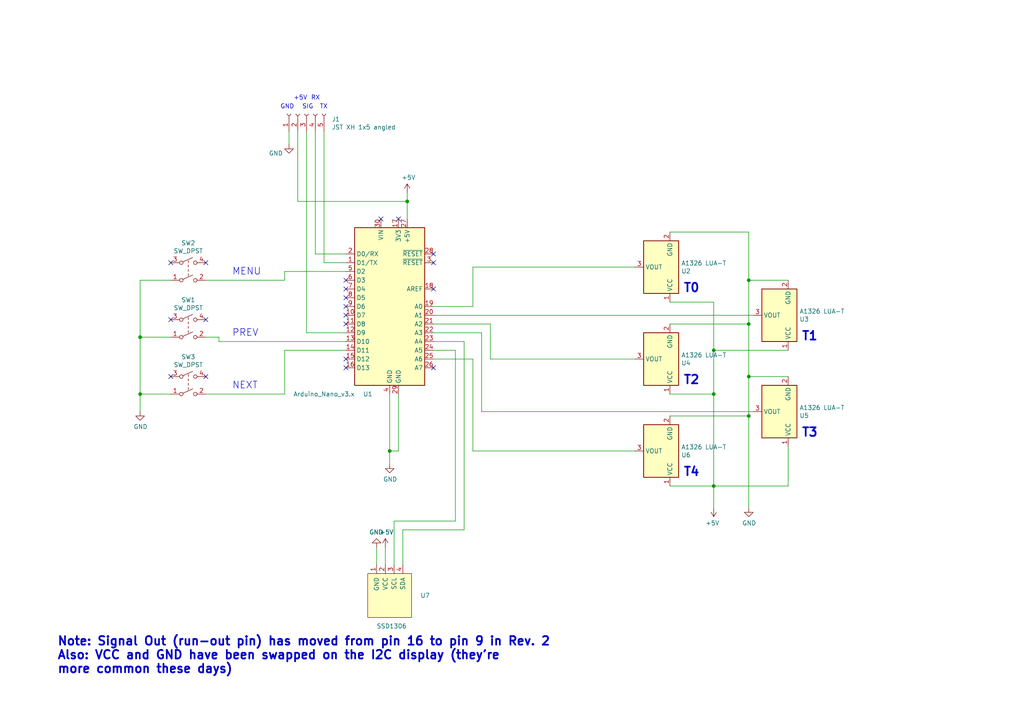
<source format=kicad_sch>
(kicad_sch (version 20211123) (generator eeschema)
  (paper "A4")
  (title_block (title "Smart Filament Buffer") (date "2019-06-24") (rev "2") (company "Technik Gegg"))
  (lib_symbols
    (symbol "Connector:Conn_01x05_Female" (pin_names (offset 1.016) hide)
      (property "Reference" "J" (at 0 7.62 0))
      (property "Value" "Conn_01x05_Female" (at 0 -7.62 0))
      (symbol "Conn_01x05_Female_1_1"
        (arc (start 0 -4.572) (mid -0.508 -5.08) (end 0 -5.588) (stroke (width 0.1524)))
        (arc (start 0 -2.032) (mid -0.508 -2.54) (end 0 -3.048) (stroke (width 0.1524)))
        (polyline (pts (xy -1.27 -5.08) (xy -0.508 -5.08)) (stroke (width 0.1524)))
        (polyline (pts (xy -1.27 -2.54) (xy -0.508 -2.54)) (stroke (width 0.1524)))
        (polyline (pts (xy -1.27 0) (xy -0.508 0)) (stroke (width 0.1524)))
        (polyline (pts (xy -1.27 2.54) (xy -0.508 2.54)) (stroke (width 0.1524)))
        (polyline (pts (xy -1.27 5.08) (xy -0.508 5.08)) (stroke (width 0.1524)))
        (arc (start 0 0.508) (mid -0.508 0) (end 0 -0.508) (stroke (width 0.1524)))
        (arc (start 0 3.048) (mid -0.508 2.54) (end 0 2.032) (stroke (width 0.1524)))
        (arc (start 0 5.588) (mid -0.508 5.08) (end 0 4.572) (stroke (width 0.1524)))
        (pin passive line (at -5.08 5.08 0) (length 3.81) (name "Pin_1") (number "1"))
        (pin passive line (at -5.08 2.54 0) (length 3.81) (name "Pin_2") (number "2"))
        (pin passive line (at -5.08 0 0) (length 3.81) (name "Pin_3") (number "3"))
        (pin passive line (at -5.08 -2.54 0) (length 3.81) (name "Pin_4") (number "4"))
        (pin passive line (at -5.08 -5.08 0) (length 3.81) (name "Pin_5") (number "5"))
      )
    )
    (symbol "MCU_Module:Arduino_Nano_v3.x"
      (property "Reference" "A" (at -10.16 23.495 0))
      (property "Value" "Arduino_Nano_v3.x" (at 5.08 -24.13 0))
      (symbol "Arduino_Nano_v3.x_0_1"
        (rectangle (start -10.16 22.86) (end 10.16 -22.86) (stroke (width 0.254)) (fill (type background)))
      )
      (symbol "Arduino_Nano_v3.x_1_1"
        (pin bidirectional line (at -12.7 12.7 0) (length 2.54) (name "D1/TX") (number "1"))
        (pin bidirectional line (at -12.7 -2.54 0) (length 2.54) (name "D7") (number "10"))
        (pin bidirectional line (at -12.7 -5.08 0) (length 2.54) (name "D8") (number "11"))
        (pin bidirectional line (at -12.7 -7.62 0) (length 2.54) (name "D9") (number "12"))
        (pin bidirectional line (at -12.7 -10.16 0) (length 2.54) (name "D10") (number "13"))
        (pin bidirectional line (at -12.7 -12.7 0) (length 2.54) (name "D11") (number "14"))
        (pin bidirectional line (at -12.7 -15.24 0) (length 2.54) (name "D12") (number "15"))
        (pin bidirectional line (at -12.7 -17.78 0) (length 2.54) (name "D13") (number "16"))
        (pin power_out line (at 2.54 25.4 270) (length 2.54) (name "3V3") (number "17"))
        (pin input line (at 12.7 5.08 180) (length 2.54) (name "AREF") (number "18"))
        (pin bidirectional line (at 12.7 0 180) (length 2.54) (name "A0") (number "19"))
        (pin bidirectional line (at -12.7 15.24 0) (length 2.54) (name "D0/RX") (number "2"))
        (pin bidirectional line (at 12.7 -2.54 180) (length 2.54) (name "A1") (number "20"))
        (pin bidirectional line (at 12.7 -5.08 180) (length 2.54) (name "A2") (number "21"))
        (pin bidirectional line (at 12.7 -7.62 180) (length 2.54) (name "A3") (number "22"))
        (pin bidirectional line (at 12.7 -10.16 180) (length 2.54) (name "A4") (number "23"))
        (pin bidirectional line (at 12.7 -12.7 180) (length 2.54) (name "A5") (number "24"))
        (pin bidirectional line (at 12.7 -15.24 180) (length 2.54) (name "A6") (number "25"))
        (pin bidirectional line (at 12.7 -17.78 180) (length 2.54) (name "A7") (number "26"))
        (pin power_out line (at 5.08 25.4 270) (length 2.54) (name "+5V") (number "27"))
        (pin input line (at 12.7 15.24 180) (length 2.54) (name "~{RESET}") (number "28"))
        (pin power_in line (at 2.54 -25.4 90) (length 2.54) (name "GND") (number "29"))
        (pin input line (at 12.7 12.7 180) (length 2.54) (name "~{RESET}") (number "3"))
        (pin power_in line (at -2.54 25.4 270) (length 2.54) (name "VIN") (number "30"))
        (pin power_in line (at 0 -25.4 90) (length 2.54) (name "GND") (number "4"))
        (pin bidirectional line (at -12.7 10.16 0) (length 2.54) (name "D2") (number "5"))
        (pin bidirectional line (at -12.7 7.62 0) (length 2.54) (name "D3") (number "6"))
        (pin bidirectional line (at -12.7 5.08 0) (length 2.54) (name "D4") (number "7"))
        (pin bidirectional line (at -12.7 2.54 0) (length 2.54) (name "D5") (number "8"))
        (pin bidirectional line (at -12.7 0 0) (length 2.54) (name "D6") (number "9"))
      )
    )
    (symbol "SFB-rescue:SSD1306" (pin_names (offset 1.016))
      (property "Reference" "Brd" (at 0 -3.81 0))
      (property "Value" "SSD1306" (at 0 -1.27 0))
      (symbol "SSD1306_0_1"
        (rectangle (start -6.35 6.35) (end 6.35 -6.35) (fill (type background)))
      )
      (symbol "SSD1306_1_1"
        (pin power_out line (at -3.81 8.89 270) (length 2.54) (name "GND") (number "1"))
        (pin power_in line (at -1.27 8.89 270) (length 2.54) (name "VCC") (number "2"))
        (pin input line (at 1.27 8.89 270) (length 2.54) (name "SCL") (number "3"))
        (pin input line (at 3.81 8.89 270) (length 2.54) (name "SDA") (number "4"))
      )
    )
    (symbol "Sensor_Magnetic:A1301KUA-T"
      (property "Reference" "U" (at 0 11.43 0))
      (property "Value" "A1301KUA-T" (at 0 8.89 0))
      (symbol "A1301KUA-T_0_1"
        (rectangle (start -5.08 7.62) (end 5.08 -7.62) (stroke (width 0.254)) (fill (type background)))
      )
      (symbol "A1301KUA-T_1_1"
        (pin power_in line (at -2.54 10.16 270) (length 2.54) (name "VCC") (number "1"))
        (pin power_in line (at -2.54 -10.16 90) (length 2.54) (name "GND") (number "2"))
        (pin output line (at 7.62 0 180) (length 2.54) (name "VOUT") (number "3"))
      )
    )
    (symbol "Switch:SW_DPST" (pin_names (offset 0) hide)
      (property "Reference" "SW" (at 0 5.08 0))
      (property "Value" "SW_DPST" (at 0 -5.08 0))
      (symbol "SW_DPST_0_0"
        (circle (center -2.032 -2.54) (radius 0.508))
        (circle (center -2.032 2.54) (radius 0.508))
        (polyline (pts (xy -1.524 -2.286) (xy 1.27 -1.016)))
        (polyline (pts (xy -1.524 2.794) (xy 1.27 4.064)))
        (polyline (pts (xy 0 -1.27) (xy 0 -0.635)))
        (polyline (pts (xy 0 0) (xy 0 0.635)))
        (polyline (pts (xy 0 1.27) (xy 0 1.905)))
        (polyline (pts (xy 0 2.54) (xy 0 3.175)))
        (circle (center 2.032 -2.54) (radius 0.508))
        (circle (center 2.032 2.54) (radius 0.508))
      )
      (symbol "SW_DPST_1_1"
        (pin passive line (at -5.08 -2.54 0) (length 2.54) (name "1") (number "1"))
        (pin passive line (at 5.08 -2.54 180) (length 2.54) (name "2") (number "2"))
        (pin passive line (at -5.08 2.54 0) (length 2.54) (name "3") (number "3"))
        (pin passive line (at 5.08 2.54 180) (length 2.54) (name "4") (number "4"))
      )
    )
    (symbol "power:+5V" (power) (pin_names (offset 0))
      (property "Value" "+5V" (at 0 3.556 0))
      (symbol "+5V_0_1"
        (polyline (pts (xy -0.762 1.27) (xy 0 2.54)))
        (polyline (pts (xy 0 0) (xy 0 2.54)))
        (polyline (pts (xy 0 2.54) (xy 0.762 1.27)))
      )
      (symbol "+5V_1_1"
        (pin power_in line (at 0 0 90) (length 0) hide (name "+5V") (number "1"))
      )
    )
    (symbol "power:GND" (power) (pin_names (offset 0))
      (property "Value" "GND" (at 0 -3.81 0))
      (symbol "GND_0_1"
        (polyline (pts (xy 0 0) (xy 0 -1.27) (xy 1.27 -1.27) (xy 0 -2.54) (xy -1.27 -1.27) (xy 0 -1.27)))
      )
      (symbol "GND_1_1"
        (pin power_in line (at 0 0 270) (length 0) hide (name "GND") (number "1"))
      )
    )
  )
  (junction (at 217.17 120.65))
  (junction (at 113.03 130.81))
  (junction (at 118.11 58.42))
  (junction (at 40.64 114.3))
  (junction (at 207.01 140.97))
  (junction (at 217.17 81.28))
  (junction (at 207.01 114.3))
  (junction (at 40.64 97.79))
  (junction (at 207.01 101.6))
  (junction (at 217.17 109.22))
  (junction (at 217.17 93.98))
  (no_connect (at 49.53 92.71))
  (no_connect (at 59.69 92.71))
  (no_connect (at 49.53 109.22))
  (no_connect (at 59.69 109.22))
  (no_connect (at 49.53 76.2))
  (no_connect (at 59.69 76.2))
  (no_connect (at 115.57 63.5))
  (no_connect (at 110.49 63.5))
  (no_connect (at 100.33 106.68))
  (no_connect (at 100.33 104.14))
  (no_connect (at 100.33 93.98))
  (no_connect (at 100.33 91.44))
  (no_connect (at 100.33 88.9))
  (no_connect (at 125.73 73.66))
  (no_connect (at 125.73 83.82))
  (no_connect (at 125.73 106.68))
  (no_connect (at 100.33 86.36))
  (no_connect (at 100.33 83.82))
  (no_connect (at 100.33 81.28))
  (no_connect (at 125.73 76.2))
  (wire (pts (xy 49.53 81.28) (xy 40.64 81.28)))
  (wire (pts (xy 40.64 119.38) (xy 40.64 114.3)))
  (wire (pts (xy 142.24 93.98) (xy 142.24 104.14)))
  (wire (pts (xy 217.17 67.31) (xy 217.17 81.28)))
  (wire (pts (xy 109.22 158.75) (xy 109.22 163.83)))
  (wire (pts (xy 217.17 120.65) (xy 217.17 147.32)))
  (wire (pts (xy 114.3 151.13) (xy 132.08 151.13)))
  (wire (pts (xy 88.9 96.52) (xy 100.33 96.52)))
  (wire (pts (xy 228.6 129.54) (xy 228.6 140.97)))
  (wire (pts (xy 93.98 76.2) (xy 100.33 76.2)))
  (wire (pts (xy 139.7 96.52) (xy 125.73 96.52)))
  (wire (pts (xy 91.44 38.1) (xy 91.44 73.66)))
  (wire (pts (xy 134.62 99.06) (xy 134.62 153.67)))
  (wire (pts (xy 207.01 114.3) (xy 207.01 140.97)))
  (wire (pts (xy 118.11 58.42) (xy 118.11 63.5)))
  (wire (pts (xy 194.31 140.97) (xy 207.01 140.97)))
  (wire (pts (xy 114.3 151.13) (xy 114.3 163.83)))
  (wire (pts (xy 82.55 78.74) (xy 82.55 81.28)))
  (wire (pts (xy 40.64 114.3) (xy 49.53 114.3)))
  (wire (pts (xy 132.08 101.6) (xy 132.08 151.13)))
  (wire (pts (xy 91.44 73.66) (xy 100.33 73.66)))
  (wire (pts (xy 194.31 87.63) (xy 207.01 87.63)))
  (wire (pts (xy 100.33 78.74) (xy 82.55 78.74)))
  (wire (pts (xy 100.33 101.6) (xy 82.55 101.6)))
  (wire (pts (xy 137.16 104.14) (xy 125.73 104.14)))
  (wire (pts (xy 217.17 109.22) (xy 217.17 120.65)))
  (wire (pts (xy 59.69 97.79) (xy 63.5 97.79)))
  (wire (pts (xy 132.08 101.6) (xy 125.73 101.6)))
  (wire (pts (xy 63.5 99.06) (xy 100.33 99.06)))
  (wire (pts (xy 217.17 81.28) (xy 217.17 93.98)))
  (wire (pts (xy 118.11 55.88) (xy 118.11 58.42)))
  (wire (pts (xy 228.6 81.28) (xy 217.17 81.28)))
  (wire (pts (xy 63.5 99.06) (xy 63.5 97.79)))
  (wire (pts (xy 194.31 120.65) (xy 217.17 120.65)))
  (wire (pts (xy 194.31 67.31) (xy 217.17 67.31)))
  (wire (pts (xy 184.15 104.14) (xy 142.24 104.14)))
  (wire (pts (xy 93.98 38.1) (xy 93.98 76.2)))
  (wire (pts (xy 184.15 130.81) (xy 137.16 130.81)))
  (wire (pts (xy 116.84 153.67) (xy 134.62 153.67)))
  (wire (pts (xy 113.03 114.3) (xy 113.03 130.81)))
  (wire (pts (xy 217.17 93.98) (xy 217.17 109.22)))
  (wire (pts (xy 194.31 114.3) (xy 207.01 114.3)))
  (wire (pts (xy 88.9 38.1) (xy 88.9 96.52)))
  (wire (pts (xy 113.03 130.81) (xy 113.03 134.62)))
  (wire (pts (xy 59.69 114.3) (xy 82.55 114.3)))
  (wire (pts (xy 228.6 101.6) (xy 207.01 101.6)))
  (wire (pts (xy 142.24 93.98) (xy 125.73 93.98)))
  (wire (pts (xy 116.84 153.67) (xy 116.84 163.83)))
  (wire (pts (xy 207.01 87.63) (xy 207.01 101.6)))
  (wire (pts (xy 86.36 58.42) (xy 118.11 58.42)))
  (wire (pts (xy 184.15 77.47) (xy 137.16 77.47)))
  (wire (pts (xy 82.55 101.6) (xy 82.55 114.3)))
  (wire (pts (xy 59.69 81.28) (xy 82.55 81.28)))
  (wire (pts (xy 139.7 96.52) (xy 139.7 119.38)))
  (wire (pts (xy 207.01 101.6) (xy 207.01 114.3)))
  (wire (pts (xy 137.16 77.47) (xy 137.16 88.9)))
  (wire (pts (xy 115.57 130.81) (xy 113.03 130.81)))
  (wire (pts (xy 49.53 97.79) (xy 40.64 97.79)))
  (wire (pts (xy 207.01 140.97) (xy 207.01 147.32)))
  (wire (pts (xy 115.57 114.3) (xy 115.57 130.81)))
  (wire (pts (xy 137.16 88.9) (xy 125.73 88.9)))
  (wire (pts (xy 228.6 140.97) (xy 207.01 140.97)))
  (wire (pts (xy 86.36 38.1) (xy 86.36 58.42)))
  (wire (pts (xy 125.73 91.44) (xy 218.44 91.44)))
  (wire (pts (xy 137.16 104.14) (xy 137.16 130.81)))
  (wire (pts (xy 83.82 38.1) (xy 83.82 41.91)))
  (wire (pts (xy 40.64 81.28) (xy 40.64 97.79)))
  (wire (pts (xy 228.6 109.22) (xy 217.17 109.22)))
  (wire (pts (xy 40.64 97.79) (xy 40.64 114.3)))
  (wire (pts (xy 218.44 119.38) (xy 139.7 119.38)))
  (wire (pts (xy 134.62 99.06) (xy 125.73 99.06)))
  (wire (pts (xy 194.31 93.98) (xy 217.17 93.98)))
  (wire (pts (xy 111.76 158.75) (xy 111.76 163.83)))
  (text "TX" (at 92.71 31.75 0) (effects (font (size 1.27 1.27)) (justify left bottom)))
  (text "MENU" (at 67.31 80.01 0) (effects (font (size 2 2)) (justify left bottom)))
  (text "RX" (at 90.17 29.21 0) (effects (font (size 1.27 1.27)) (justify left bottom)))
  (text "PREV" (at 67.31 97.79 0) (effects (font (size 2 2)) (justify left bottom)))
  (text "T3" (at 232.41 127 0) (effects (font (size 2.4892 2.4892) (thickness 0.4978) bold) (justify left bottom)))
  (text "Note: Signal Out (run-out pin) has moved from pin 16 to pin 9 in Rev. 2\nAlso: VCC and GND have been swapped on the I2C display (they're \nmore common these days)" (at 16.51 195.58 0) (effects (font (size 2.4892 2.4892) (thickness 0.4978) bold) (justify left bottom)))
  (text "T2" (at 198.12 111.76 0) (effects (font (size 2.4892 2.4892) (thickness 0.4978) bold) (justify left bottom)))
  (text "GND\n" (at 81.28 31.75 0) (effects (font (size 1.27 1.27)) (justify left bottom)))
  (text "T1\n" (at 232.41 99.06 0) (effects (font (size 2.4892 2.4892) (thickness 0.4978) bold) (justify left bottom)))
  (text "+5V" (at 85.09 29.21 0) (effects (font (size 1.27 1.27)) (justify left bottom)))
  (text "NEXT" (at 67.31 113.03 0) (effects (font (size 2 2)) (justify left bottom)))
  (text "SIG" (at 87.63 31.75 0) (effects (font (size 1.27 1.27)) (justify left bottom)))
  (text "T0" (at 198.12 85.09 0) (effects (font (size 2.4892 2.4892) (thickness 0.4978) bold) (justify left bottom)))
  (text "T4" (at 198.12 138.43 0) (effects (font (size 2.4892 2.4892) (thickness 0.4978) bold) (justify left bottom)))
  (symbol (lib_id "MCU_Module:Arduino_Nano_v3.x") (at 113.03 88.9 0) (unit 1)
    (property "Reference" "U1" (at 106.68 114.3 0))
    (property "Value" "Arduino_Nano_v3.x" (at 93.98 114.3 0))
    (property "Footprint" "Module:Arduino_Nano" (effects hide))
    (property "Datasheet" "http://www.mouser.com/pdfdocs/Gravitech_Arduino_Nano3_0.pdf" (effects hide))
  )
  (symbol (lib_id "Sensor_Magnetic:A1301KUA-T") (at 191.77 77.47 180) (unit 1)
    (property "Reference" "U2" (at 197.5866 78.6384 0) (effects (justify right)))
    (property "Value" "A1326 LUA-T" (at 197.5866 76.327 0) (effects (justify right)))
    (property "Footprint" "Package_TO_SOT_THT:TO-92Flat" (effects hide))
    (property "Datasheet" "http://www.allegromicro.com/~/media/Files/Datasheets/A1301-2-Datasheet.ashx" (effects hide))
  )
  (symbol (lib_id "Sensor_Magnetic:A1301KUA-T") (at 191.77 104.14 180) (unit 1)
    (property "Reference" "U4" (at 197.5866 105.3084 0) (effects (justify right)))
    (property "Value" "A1326 LUA-T" (at 197.5866 102.997 0) (effects (justify right)))
    (property "Footprint" "Package_TO_SOT_THT:TO-92Flat" (effects hide))
    (property "Datasheet" "http://www.allegromicro.com/~/media/Files/Datasheets/A1301-2-Datasheet.ashx" (effects hide))
  )
  (symbol (lib_id "Sensor_Magnetic:A1301KUA-T") (at 191.77 130.81 180) (unit 1)
    (property "Reference" "U6" (at 197.5866 131.9784 0) (effects (justify right)))
    (property "Value" "A1326 LUA-T" (at 197.5866 129.667 0) (effects (justify right)))
    (property "Footprint" "Package_TO_SOT_THT:TO-92Flat" (effects hide))
    (property "Datasheet" "http://www.allegromicro.com/~/media/Files/Datasheets/A1301-2-Datasheet.ashx" (effects hide))
  )
  (symbol (lib_id "Sensor_Magnetic:A1301KUA-T") (at 226.06 91.44 180) (unit 1)
    (property "Reference" "U3" (at 231.8766 92.6084 0) (effects (justify right)))
    (property "Value" "A1326 LUA-T" (at 231.8766 90.297 0) (effects (justify right)))
    (property "Footprint" "Package_TO_SOT_THT:TO-92Flat" (effects hide))
    (property "Datasheet" "http://www.allegromicro.com/~/media/Files/Datasheets/A1301-2-Datasheet.ashx" (effects hide))
  )
  (symbol (lib_id "Sensor_Magnetic:A1301KUA-T") (at 226.06 119.38 180) (unit 1)
    (property "Reference" "U5" (at 231.8766 120.5484 0) (effects (justify right)))
    (property "Value" "A1326 LUA-T" (at 231.8766 118.237 0) (effects (justify right)))
    (property "Footprint" "Package_TO_SOT_THT:TO-92Flat" (effects hide))
    (property "Datasheet" "http://www.allegromicro.com/~/media/Files/Datasheets/A1301-2-Datasheet.ashx" (effects hide))
  )
  (symbol (lib_id "power:GND") (at 217.17 147.32 0) (unit 1)
    (property "Reference" "#PWR0101" (effects hide))
    (property "Value" "GND" (at 217.297 151.7142 0))
  )
  (symbol (lib_id "power:GND") (at 113.03 134.62 0) (unit 1)
    (property "Reference" "#PWR0102" (effects hide))
    (property "Value" "GND" (at 113.157 139.0142 0))
  )
  (symbol (lib_id "power:+5V") (at 207.01 147.32 180) (unit 1)
    (property "Reference" "#PWR0103" (effects hide))
    (property "Value" "+5V" (at 206.629 151.7142 0))
  )
  (symbol (lib_id "power:+5V") (at 118.11 55.88 0) (unit 1)
    (property "Reference" "#PWR0104" (effects hide))
    (property "Value" "+5V" (at 118.491 51.4858 0))
  )
  (symbol (lib_id "power:+5V") (at 111.76 158.75 0) (unit 1)
    (property "Reference" "#PWR0105" (effects hide))
    (property "Value" "+5V" (at 112.141 154.3558 0))
  )
  (symbol (lib_id "power:GND") (at 109.22 158.75 180) (unit 1)
    (property "Reference" "#PWR0106" (effects hide))
    (property "Value" "GND" (at 109.093 154.3558 0))
  )
  (symbol (lib_id "Switch:SW_DPST") (at 54.61 78.74 0) (unit 1)
    (property "Reference" "SW2" (at 54.61 70.485 0))
    (property "Value" "SW_DPST" (at 54.61 72.7964 0))
    (property "Footprint" "SFB:SW_Tactile_Straight_KSA0Axx1LFTR-4Pin" (effects hide))
  )
  (symbol (lib_id "Switch:SW_DPST") (at 54.61 95.25 0) (unit 1)
    (property "Reference" "SW1" (at 54.61 86.995 0))
    (property "Value" "SW_DPST" (at 54.61 89.3064 0))
    (property "Footprint" "SFB:SW_Tactile_Straight_KSA0Axx1LFTR-4Pin" (effects hide))
  )
  (symbol (lib_id "Switch:SW_DPST") (at 54.61 111.76 0) (unit 1)
    (property "Reference" "SW3" (at 54.61 103.505 0))
    (property "Value" "SW_DPST" (at 54.61 105.8164 0))
    (property "Footprint" "SFB:SW_Tactile_Straight_KSA0Axx1LFTR-4Pin" (effects hide))
  )
  (symbol (lib_id "power:GND") (at 40.64 119.38 0) (unit 1)
    (property "Reference" "#PWR0107" (effects hide))
    (property "Value" "GND" (at 40.767 123.7742 0))
  )
  (symbol (lib_id "Connector:Conn_01x05_Female") (at 88.9 33.02 90) (unit 1)
    (property "Reference" "J1" (at 96.2152 34.5948 90) (effects (justify right)))
    (property "Value" "JST XH 1x5 angled" (at 96.2152 36.9062 90) (effects (justify right)))
    (property "Footprint" "Connector_JST:JST_XH_S5B-XH-A_1x05_P2.50mm_Horizontal" (effects hide))
  )
  (symbol (lib_id "power:GND") (at 83.82 41.91 0) (unit 1)
    (property "Reference" "#PWR0108" (effects hide))
    (property "Value" "GND" (at 80.01 44.45 0))
  )
  (symbol (lib_id "SFB-rescue:SSD1306") (at 113.03 172.72 0) (unit 1)
    (property "Reference" "U7" (at 121.92 172.72 0) (effects (justify left)))
    (property "Value" "SSD1306" (at 109.22 181.61 0) (effects (justify left)))
    (property "Footprint" "Connector_PinHeader_2.54mm:PinHeader_1x04_P2.54mm_Vertical" (effects hide))
  )
)
</source>
